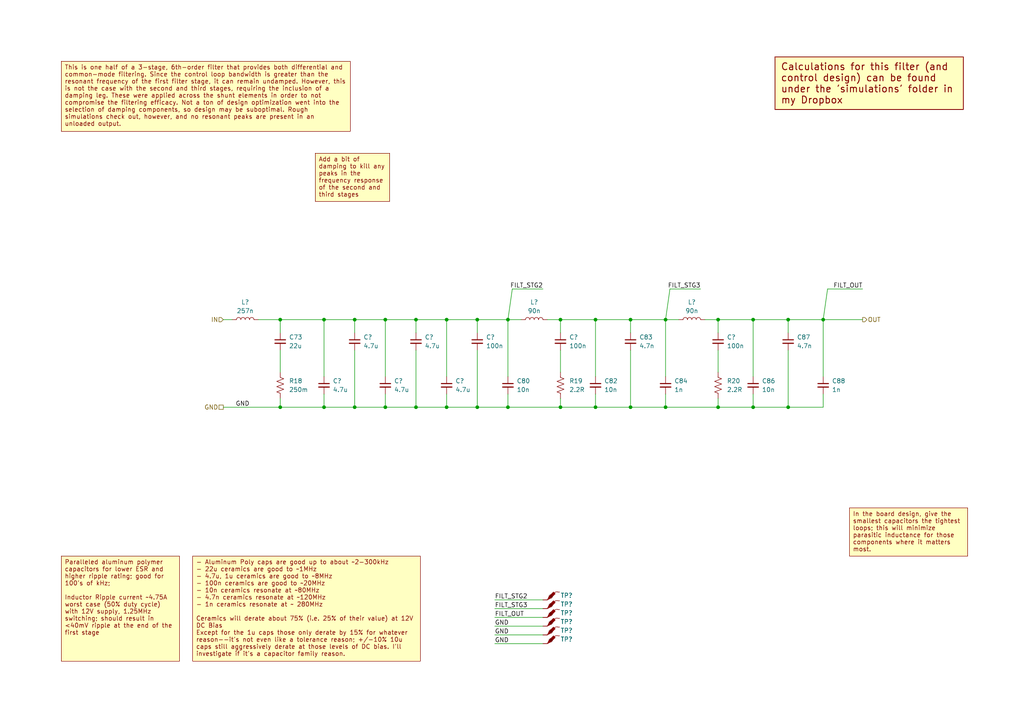
<source format=kicad_sch>
(kicad_sch (version 20230121) (generator eeschema)
  (paper "A4")
  (title_block (title "Shim Amplifier Prototype") (date "2023-08-01") (rev "A.1") (company "Ishaan Govindarajan"))
  (lib_symbols
    (symbol "Custom-Capacitor:CL10B102KB8NNNC" (pin_numbers hide) (pin_names (offset 0.254) hide)
      (property "Reference" "C" (at 0.254 1.778 0))
      (property "Value" "1n" (at 0.254 -2.032 0))
      (symbol "CL10B102KB8NNNC_0_1"
        (polyline (pts (xy -1.524 -0.508) (xy 1.524 -0.508)) (stroke (width 0.3302)))
        (polyline (pts (xy -1.524 0.508) (xy 1.524 0.508)) (stroke (width 0.3048)))
      )
      (symbol "CL10B102KB8NNNC_1_1"
        (pin passive line (at 0 2.54 270) (length 2.032) (name "~") (number "1"))
        (pin passive line (at 0 -2.54 90) (length 2.032) (name "~") (number "2"))
      )
    )
    (symbol "Custom-Capacitor:CL10B103KB8NNNC" (pin_numbers hide) (pin_names (offset 0.254) hide)
      (property "Reference" "C" (at 0.254 1.778 0))
      (property "Value" "10n" (at 0.254 -2.032 0))
      (symbol "CL10B103KB8NNNC_0_1"
        (polyline (pts (xy -1.524 -0.508) (xy 1.524 -0.508)) (stroke (width 0.3302)))
        (polyline (pts (xy -1.524 0.508) (xy 1.524 0.508)) (stroke (width 0.3048)))
      )
      (symbol "CL10B103KB8NNNC_1_1"
        (pin passive line (at 0 2.54 270) (length 2.032) (name "~") (number "1"))
        (pin passive line (at 0 -2.54 90) (length 2.032) (name "~") (number "2"))
      )
    )
    (symbol "Custom-Capacitor:CL10B104KB8NNWC" (pin_numbers hide) (pin_names (offset 0.254) hide)
      (property "Reference" "C" (at 0.254 1.778 0))
      (property "Value" "100n" (at 0.254 -2.032 0))
      (symbol "CL10B104KB8NNWC_0_1"
        (polyline (pts (xy -1.524 -0.508) (xy 1.524 -0.508)) (stroke (width 0.3302)))
        (polyline (pts (xy -1.524 0.508) (xy 1.524 0.508)) (stroke (width 0.3048)))
      )
      (symbol "CL10B104KB8NNWC_1_1"
        (pin passive line (at 0 2.54 270) (length 2.032) (name "~") (number "1"))
        (pin passive line (at 0 -2.54 90) (length 2.032) (name "~") (number "2"))
      )
    )
    (symbol "Custom-Capacitor:CL10B472KB8NFNC" (pin_numbers hide) (pin_names (offset 0.254) hide)
      (property "Reference" "C" (at 0.254 1.778 0))
      (property "Value" "4.7n" (at 0.254 -2.032 0))
      (symbol "CL10B472KB8NFNC_0_1"
        (polyline (pts (xy -1.524 -0.508) (xy 1.524 -0.508)) (stroke (width 0.3302)))
        (polyline (pts (xy -1.524 0.508) (xy 1.524 0.508)) (stroke (width 0.3048)))
      )
      (symbol "CL10B472KB8NFNC_1_1"
        (pin passive line (at 0 2.54 270) (length 2.032) (name "~") (number "1"))
        (pin passive line (at 0 -2.54 90) (length 2.032) (name "~") (number "2"))
      )
    )
    (symbol "Custom-Capacitor:CL21A475KLCLQNC" (pin_numbers hide) (pin_names (offset 0.254) hide)
      (property "Reference" "C" (at 0.254 1.778 0))
      (property "Value" "4.7u" (at 0.254 -2.032 0))
      (symbol "CL21A475KLCLQNC_0_1"
        (polyline (pts (xy -1.524 -0.508) (xy 1.524 -0.508)) (stroke (width 0.3302)))
        (polyline (pts (xy -1.524 0.508) (xy 1.524 0.508)) (stroke (width 0.3048)))
      )
      (symbol "CL21A475KLCLQNC_1_1"
        (pin passive line (at 0 2.54 270) (length 2.032) (name "~") (number "1"))
        (pin passive line (at 0 -2.54 90) (length 2.032) (name "~") (number "2"))
      )
    )
    (symbol "Custom-Capacitor:CL32B226KAJNNNE" (pin_numbers hide) (pin_names (offset 0.254) hide)
      (property "Reference" "C" (at 0.254 1.778 0))
      (property "Value" "22u" (at 0.254 -2.032 0))
      (symbol "CL32B226KAJNNNE_0_1"
        (polyline (pts (xy -1.524 -0.508) (xy 1.524 -0.508)) (stroke (width 0.3302)))
        (polyline (pts (xy -1.524 0.508) (xy 1.524 0.508)) (stroke (width 0.3048)))
      )
      (symbol "CL32B226KAJNNNE_1_1"
        (pin passive line (at 0 2.54 270) (length 2.032) (name "~") (number "1"))
        (pin passive line (at 0 -2.54 90) (length 2.032) (name "~") (number "2"))
      )
    )
    (symbol "Custom-Inductor:1212VS-90NMED" (pin_numbers hide) (pin_names (offset 1.016) hide)
      (property "Reference" "L?" (at 0 -1.27 0))
      (property "Value" "90n" (at 0 1.905 0))
      (symbol "1212VS-90NMED_0_1"
        (arc (start -1.27 0) (mid -1.905 0.6323) (end -2.54 0))
        (arc (start 0 0) (mid -0.635 0.6323) (end -1.27 0))
        (arc (start 1.27 0) (mid 0.635 0.6323) (end 0 0))
        (arc (start 2.54 0) (mid 1.905 0.6323) (end 1.27 0))
      )
      (symbol "1212VS-90NMED_1_1"
        (pin passive line (at -3.81 0 0) (length 1.27) (name "1") (number "1"))
        (pin passive line (at 3.81 0 180) (length 1.27) (name "2") (number "2"))
      )
    )
    (symbol "Custom-Inductor:2014VS-251MED" (pin_numbers hide) (pin_names (offset 1.016) hide)
      (property "Reference" "L?" (at 0 -1.27 0))
      (property "Value" "257n" (at 0 1.905 0))
      (symbol "2014VS-251MED_0_1"
        (arc (start -1.27 0) (mid -1.905 0.6323) (end -2.54 0))
        (arc (start 0 0) (mid -0.635 0.6323) (end -1.27 0))
        (arc (start 1.27 0) (mid 0.635 0.6323) (end 0 0))
        (arc (start 2.54 0) (mid 1.905 0.6323) (end 1.27 0))
      )
      (symbol "2014VS-251MED_1_1"
        (pin passive line (at -3.81 0 0) (length 1.27) (name "1") (number "1"))
        (pin passive line (at 3.81 0 180) (length 1.27) (name "2") (number "2"))
        (pin no_connect line (at 0 0 0) (length 1.27) hide (name "1") (number "3"))
      )
    )
    (symbol "Custom-LogicIC:TestPoint" (in_bom no)
      (property "Reference" "TP" (at 2.54 0 0))
      (symbol "TestPoint_1_1"
        (polyline (pts (xy -0.762 1.27) (xy 0 0.508)) (stroke (width 0) (color 72 0 0 1)))
        (polyline (pts (xy -0.508 1.524) (xy 0.254 0.762)) (stroke (width 0) (color 72 0 0 1)))
        (polyline (pts (xy -1.27 0) (xy -0.762 1.016) (xy -0.254 0.508) (xy -1.27 0)) (fill (type color) (color 132 0 0 1)))
        (polyline (pts (xy -0.762 1.016) (xy 0.508 2.286) (xy 1.016 1.778) (xy -0.254 0.508) (xy -0.762 1.016)) (fill (type color) (color 132 0 0 1)))
        (arc (start 1.778 2.286) (mid 1.2343 2.3019) (end 0.762 2.032))
        (arc (start 1.778 2.286) (mid 2.032 2.258) (end 2.286 2.286))
        (pin passive line (at -2.54 0 0) (length 1.27) (name "") (number "1"))
      )
    )
    (symbol "Custom-Resistor:CSR1206FKR250" (pin_numbers hide) (pin_names (offset 0))
      (property "Reference" "R" (at 2.54 0 90))
      (property "Value" "250m" (at -2.54 0 90))
      (symbol "CSR1206FKR250_0_1"
        (polyline (pts (xy 0 -2.286) (xy 0 -2.54)))
        (polyline (pts (xy 0 2.286) (xy 0 2.54)))
        (polyline (pts (xy 0 -0.762) (xy 1.016 -1.143) (xy 0 -1.524) (xy -1.016 -1.905) (xy 0 -2.286)))
        (polyline (pts (xy 0 0.762) (xy 1.016 0.381) (xy 0 0) (xy -1.016 -0.381) (xy 0 -0.762)))
        (polyline (pts (xy 0 2.286) (xy 1.016 1.905) (xy 0 1.524) (xy -1.016 1.143) (xy 0 0.762)))
      )
      (symbol "CSR1206FKR250_1_1"
        (pin passive line (at 0 3.81 270) (length 1.27) (name "~") (number "1"))
        (pin passive line (at 0 -3.81 90) (length 1.27) (name "~") (number "2"))
      )
    )
    (symbol "Custom-Resistor:RPC0805JT2R20-UP" (pin_numbers hide) (pin_names (offset 0))
      (property "Reference" "R" (at 2.54 0 90))
      (property "Value" "2.2R" (at -2.54 0 90))
      (symbol "RPC0805JT2R20-UP_0_1"
        (polyline (pts (xy 0 -2.286) (xy 0 -2.54)))
        (polyline (pts (xy 0 2.286) (xy 0 2.54)))
        (polyline (pts (xy 0 -0.762) (xy 1.016 -1.143) (xy 0 -1.524) (xy -1.016 -1.905) (xy 0 -2.286)))
        (polyline (pts (xy 0 0.762) (xy 1.016 0.381) (xy 0 0) (xy -1.016 -0.381) (xy 0 -0.762)))
        (polyline (pts (xy 0 2.286) (xy 1.016 1.905) (xy 0 1.524) (xy -1.016 1.143) (xy 0 0.762)))
      )
      (symbol "RPC0805JT2R20-UP_1_1"
        (pin passive line (at 0 3.81 270) (length 1.27) (name "~") (number "1"))
        (pin passive line (at 0 -3.81 90) (length 1.27) (name "~") (number "2"))
      )
    )
  )
  (junction (at 129.54 92.71))
  (junction (at 147.32 118.11))
  (junction (at 208.28 118.11))
  (junction (at 193.04 118.11))
  (junction (at 120.65 92.71))
  (junction (at 81.28 118.11))
  (junction (at 102.87 118.11))
  (junction (at 81.28 92.71))
  (junction (at 102.87 92.71))
  (junction (at 162.56 118.11))
  (junction (at 228.6 92.71))
  (junction (at 208.28 92.71))
  (junction (at 129.54 118.11))
  (junction (at 182.88 118.11))
  (junction (at 172.72 118.11))
  (junction (at 228.6 118.11))
  (junction (at 218.44 92.71))
  (junction (at 120.65 118.11))
  (junction (at 111.76 118.11))
  (junction (at 238.76 92.71))
  (junction (at 111.76 92.71))
  (junction (at 162.56 92.71))
  (junction (at 218.44 118.11))
  (junction (at 138.43 118.11))
  (junction (at 147.32 92.71))
  (junction (at 93.98 92.71))
  (junction (at 182.88 92.71))
  (junction (at 193.04 92.71))
  (junction (at 93.98 118.11))
  (junction (at 172.72 92.71))
  (junction (at 138.43 92.71))
  (wire (pts (xy 129.54 92.71) (xy 138.43 92.71)))
  (wire (pts (xy 238.76 92.71) (xy 250.19 92.71)))
  (wire (pts (xy 162.56 115.57) (xy 162.56 118.11)))
  (wire (pts (xy 208.28 115.57) (xy 208.28 118.11)))
  (wire (pts (xy 182.88 92.71) (xy 193.04 92.71)))
  (wire (pts (xy 138.43 101.6) (xy 138.43 118.11)))
  (wire (pts (xy 81.28 101.6) (xy 81.28 107.95)))
  (wire (pts (xy 102.87 92.71) (xy 102.87 96.52)))
  (wire (pts (xy 147.32 92.71) (xy 151.13 92.71)))
  (wire (pts (xy 143.51 176.53) (xy 157.48 176.53)))
  (wire (pts (xy 193.04 92.71) (xy 196.85 92.71)))
  (wire (pts (xy 120.65 101.6) (xy 120.65 118.11)))
  (wire (pts (xy 228.6 92.71) (xy 228.6 96.52)))
  (wire (pts (xy 194.31 83.82) (xy 193.04 92.71)))
  (wire (pts (xy 240.03 83.82) (xy 238.76 92.71)))
  (wire (pts (xy 228.6 118.11) (xy 238.76 118.11)))
  (wire (pts (xy 81.28 118.11) (xy 93.98 118.11)))
  (wire (pts (xy 182.88 92.71) (xy 182.88 96.52)))
  (wire (pts (xy 147.32 114.3) (xy 147.32 118.11)))
  (wire (pts (xy 93.98 118.11) (xy 102.87 118.11)))
  (wire (pts (xy 193.04 118.11) (xy 208.28 118.11)))
  (wire (pts (xy 204.47 92.71) (xy 208.28 92.71)))
  (wire (pts (xy 81.28 92.71) (xy 93.98 92.71)))
  (wire (pts (xy 162.56 92.71) (xy 172.72 92.71)))
  (wire (pts (xy 102.87 118.11) (xy 111.76 118.11)))
  (wire (pts (xy 143.51 186.69) (xy 157.48 186.69)))
  (wire (pts (xy 81.28 115.57) (xy 81.28 118.11)))
  (wire (pts (xy 129.54 92.71) (xy 129.54 109.22)))
  (wire (pts (xy 102.87 101.6) (xy 102.87 118.11)))
  (wire (pts (xy 111.76 118.11) (xy 120.65 118.11)))
  (wire (pts (xy 208.28 92.71) (xy 208.28 96.52)))
  (wire (pts (xy 193.04 114.3) (xy 193.04 118.11)))
  (wire (pts (xy 143.51 181.61) (xy 157.48 181.61)))
  (wire (pts (xy 147.32 118.11) (xy 162.56 118.11)))
  (wire (pts (xy 143.51 179.07) (xy 157.48 179.07)))
  (wire (pts (xy 120.65 92.71) (xy 129.54 92.71)))
  (wire (pts (xy 218.44 92.71) (xy 228.6 92.71)))
  (wire (pts (xy 162.56 118.11) (xy 172.72 118.11)))
  (wire (pts (xy 218.44 114.3) (xy 218.44 118.11)))
  (wire (pts (xy 228.6 92.71) (xy 238.76 92.71)))
  (wire (pts (xy 172.72 92.71) (xy 172.72 109.22)))
  (wire (pts (xy 208.28 101.6) (xy 208.28 107.95)))
  (wire (pts (xy 182.88 118.11) (xy 172.72 118.11)))
  (wire (pts (xy 193.04 92.71) (xy 193.04 109.22)))
  (wire (pts (xy 138.43 92.71) (xy 147.32 92.71)))
  (wire (pts (xy 74.93 92.71) (xy 81.28 92.71)))
  (wire (pts (xy 148.59 83.82) (xy 147.32 92.71)))
  (wire (pts (xy 102.87 92.71) (xy 111.76 92.71)))
  (wire (pts (xy 228.6 101.6) (xy 228.6 118.11)))
  (wire (pts (xy 158.75 92.71) (xy 162.56 92.71)))
  (wire (pts (xy 93.98 92.71) (xy 102.87 92.71)))
  (wire (pts (xy 64.77 92.71) (xy 67.31 92.71)))
  (wire (pts (xy 157.48 83.82) (xy 148.59 83.82)))
  (wire (pts (xy 162.56 101.6) (xy 162.56 107.95)))
  (wire (pts (xy 172.72 92.71) (xy 182.88 92.71)))
  (wire (pts (xy 138.43 92.71) (xy 138.43 96.52)))
  (wire (pts (xy 172.72 114.3) (xy 172.72 118.11)))
  (wire (pts (xy 138.43 118.11) (xy 147.32 118.11)))
  (wire (pts (xy 218.44 92.71) (xy 218.44 109.22)))
  (wire (pts (xy 250.19 83.82) (xy 240.03 83.82)))
  (wire (pts (xy 143.51 184.15) (xy 157.48 184.15)))
  (wire (pts (xy 208.28 118.11) (xy 218.44 118.11)))
  (wire (pts (xy 120.65 118.11) (xy 129.54 118.11)))
  (wire (pts (xy 182.88 101.6) (xy 182.88 118.11)))
  (wire (pts (xy 218.44 118.11) (xy 228.6 118.11)))
  (wire (pts (xy 147.32 92.71) (xy 147.32 109.22)))
  (wire (pts (xy 182.88 118.11) (xy 193.04 118.11)))
  (wire (pts (xy 129.54 114.3) (xy 129.54 118.11)))
  (wire (pts (xy 111.76 92.71) (xy 111.76 109.22)))
  (wire (pts (xy 208.28 92.71) (xy 218.44 92.71)))
  (wire (pts (xy 93.98 92.71) (xy 93.98 109.22)))
  (wire (pts (xy 111.76 114.3) (xy 111.76 118.11)))
  (wire (pts (xy 143.51 173.99) (xy 157.48 173.99)))
  (wire (pts (xy 203.2 83.82) (xy 194.31 83.82)))
  (wire (pts (xy 81.28 92.71) (xy 81.28 96.52)))
  (wire (pts (xy 64.77 118.11) (xy 81.28 118.11)))
  (wire (pts (xy 238.76 114.3) (xy 238.76 118.11)))
  (wire (pts (xy 111.76 92.71) (xy 120.65 92.71)))
  (wire (pts (xy 162.56 92.71) (xy 162.56 96.52)))
  (wire (pts (xy 120.65 92.71) (xy 120.65 96.52)))
  (wire (pts (xy 238.76 92.71) (xy 238.76 109.22)))
  (wire (pts (xy 93.98 114.3) (xy 93.98 118.11)))
  (wire (pts (xy 129.54 118.11) (xy 138.43 118.11)))
  (text_box "Add a bit of damping to kill any peaks in the frequency response of the second and third stages" (at 91.44 44.45 0) (size 21.59 13.97) (stroke (width 0) (color 132 0 0 1)) (fill (type color) (color 255 255 194 1)) (effects (font (size 1.27 1.27)) (justify left top)))
  (text_box "This is one half of a 3-stage, 6th-order filter that provides both differential and common-mode filtering. Since the control loop bandwidth is greater than the resonant frequency of the first filter stage, it can remain undamped. However, this is not the case with the second and third stages, requiring the inclusion of a damping leg. These were applied across the shunt elements in order to not compromise the filtering efficacy. Not a ton of design optimization went into the selection of damping components, so design may be suboptimal. Rough simulations check out, however, and no resonant peaks are present in an unloaded output. \n\n" (at 17.78 17.78 0) (size 83.82 20.32) (stroke (width 0) (color 132 0 0 1)) (fill (type color) (color 255 255 194 1)) (effects (font (size 1.27 1.27)) (justify left top)))
  (text_box "Calculations for this filter (and control design) can be found under the 'simulations' folder in my Dropbox" (at 224.79 16.51 0) (size 54.61 15.24) (stroke (width 0.25) (color 132 0 0 1)) (fill (type color) (color 255 255 194 1)) (effects (font (size 2 2) (thickness 0.254) bold) (justify left top)))
  (text_box "- Aluminum Poly caps are good up to about ~2-300kHz\n- 22u ceramics are good to ~1MHz\n- 4.7u, 1u ceramics are good to ~8MHz\n- 100n ceramics are good to ~20MHz\n- 10n ceramics resonate at ~80MHz\n- 4.7n ceramics resonate at ~120MHz\n- 1n ceramics resonate at ~ 280MHz\n\nCeramics will derate about 75% (i.e. 25% of their value) at 12V DC Bias\nExcept for the 1u caps those only derate by 15% for whatever reason--it's not even like a tolerance reason; +/-10% 10u caps still aggressively derate at those levels of DC bias. I'll investigate if it's a capacitor family reason." (at 55.88 161.29 0) (size 66.04 30.48) (stroke (width 0) (color 132 0 0 1)) (fill (type color) (color 255 255 194 1)) (effects (font (size 1.27 1.27)) (justify left top)))
  (text_box "Paralleled aluminum polymer capacitors for lower ESR and higher ripple rating; good for 100's of kHz;\n\nInductor Ripple current ~4.75A worst case (50% duty cycle) with 12V supply, 1.25MHz switching; should result in <40mV ripple at the end of the first stage\n" (at 17.78 161.29 0) (size 34.29 30.48) (stroke (width 0) (color 132 0 0 1)) (fill (type color) (color 255 255 194 1)) (effects (font (size 1.27 1.27)) (justify left top)))
  (text_box "In the board design, give the smallest capacitors the tightest loops; this will minimize parasitic inductance for those components where it matters most. " (at 246.38 147.32 0) (size 34.29 13.97) (stroke (width 0) (color 132 0 0 1)) (fill (type color) (color 255 255 194 1)) (effects (font (size 1.27 1.27)) (justify left top)))
  (label "FILT_STG3" (at 203.2 83.82 180))
  (label "FILT_OUT" (at 250.19 83.82 180))
  (label "FILT_STG2" (at 143.51 173.99 0))
  (label "FILT_OUT" (at 143.51 179.07 0))
  (label "FILT_STG2" (at 157.48 83.82 180))
  (label "GND" (at 143.51 186.69 0))
  (label "GND" (at 143.51 181.61 0))
  (label "FILT_STG3" (at 143.51 176.53 0))
  (label "GND" (at 72.39 118.11 180))
  (label "GND" (at 143.51 184.15 0))
  (hierarchical_label "IN" (shape input) (at 64.77 92.71 180))
  (hierarchical_label "GND" (shape passive) (at 64.77 118.11 180))
  (hierarchical_label "OUT" (shape output) (at 250.19 92.71 0))
  (symbol (lib_id "Custom-Capacitor:CL21A475KLCLQNC") (at 93.98 111.76 0) (unit 1)
    (property "Reference" "C?" (at 96.52 110.4963 0) (effects (justify left)))
    (property "Value" "4.7u" (at 96.52 113.0363 0) (effects (justify left)))
    (property "Footprint" "Capacitor_SMD:C_0805_2012Metric_Pad1.18x1.45mm_HandSolder" (effects hide))
    (property "Datasheet" "https://media.digikey.com/pdf/Data%20Sheets/Samsung%20PDFs/CL21A475KLCLQNC_Spec.pdf" (effects hide))
    (property "Manufacturer" "Samsung Electro-Mechanics" (effects hide))
    (property "Part Number" "CL21A475KLCLQNC" (effects hide))
    (instances (project "Class-D Prorotype RevB2" (path "" (reference "C?") (unit 1)) (path "" (reference "C74") (unit 1)) (path "" (reference "C90") (unit 1))))
  )
  (symbol (lib_id "Custom-Capacitor:CL10B103KB8NNNC") (at 172.72 111.76 0) (unit 1)
    (property "Reference" "C82" (at 175.26 110.4963 0) (effects (justify left)))
    (property "Value" "10n" (at 175.26 113.0363 0) (effects (justify left)))
    (property "Footprint" "Capacitor_SMD:C_0603_1608Metric_Pad1.08x0.95mm_HandSolder" (effects hide))
    (property "Datasheet" "https://product.samsungsem.com/mlcc/CL10B103KB8NNN.do" (effects hide))
    (property "Manufacturer" "Samsung Electro-Mechanics" (effects hide))
    (property "Part Number" "CL10B103KB8NNNC" (effects hide))
    (instances (project "Class-D Prorotype RevB2" (path "" (reference "C82") (unit 1)) (path "" (reference "C98") (unit 1))))
  )
  (symbol (lib_id "Custom-Capacitor:CL21A475KLCLQNC") (at 129.54 111.76 0) (unit 1)
    (property "Reference" "C?" (at 132.08 110.4963 0) (effects (justify left)))
    (property "Value" "4.7u" (at 132.08 113.0363 0) (effects (justify left)))
    (property "Footprint" "Capacitor_SMD:C_0805_2012Metric_Pad1.18x1.45mm_HandSolder" (effects hide))
    (property "Datasheet" "https://media.digikey.com/pdf/Data%20Sheets/Samsung%20PDFs/CL21A475KLCLQNC_Spec.pdf" (effects hide))
    (property "Manufacturer" "Samsung Electro-Mechanics" (effects hide))
    (property "Part Number" "CL21A475KLCLQNC" (effects hide))
    (instances (project "Class-D Prorotype RevB2" (path "" (reference "C?") (unit 1)) (path "" (reference "C78") (unit 1)) (path "" (reference "C94") (unit 1))))
  )
  (symbol (lib_id "Custom-Resistor:CSR1206FKR250") (at 81.28 111.76 0) (unit 1)
    (property "Reference" "R18" (at 83.82 110.49 0) (effects (justify left)))
    (property "Value" "250m" (at 83.82 113.03 0) (effects (justify left)))
    (property "Footprint" "Resistor_SMD:R_1206_3216Metric_Pad1.30x1.75mm_HandSolder" (effects hide))
    (property "Datasheet" "https://www.seielect.com/catalog/sei-csr_csrn.pdf" (effects hide))
    (property "Manufacturer" "Stackpole Electronics Inc" (effects hide))
    (property "Part Number" "CSR1206FKR250" (effects hide))
    (instances (project "Class-D Prorotype RevB2" (path "" (reference "R18") (unit 1)) (path "" (reference "R21") (unit 1))))
  )
  (symbol (lib_id "Custom-Capacitor:CL10B102KB8NNNC") (at 238.76 111.76 0) (unit 1)
    (property "Reference" "C88" (at 241.3 110.4963 0) (effects (justify left)))
    (property "Value" "1n" (at 241.3 113.0363 0) (effects (justify left)))
    (property "Footprint" "Capacitor_SMD:C_0603_1608Metric_Pad1.08x0.95mm_HandSolder" (effects hide))
    (property "Datasheet" "https://product.samsungsem.com/mlcc/CL10B102KB8NNN.do" (effects hide))
    (property "Manufacturer" "Samsung Electro-Mechanics" (effects hide))
    (property "Part Number" "CL10B102KB8NNNC" (effects hide))
    (instances (project "Class-D Prorotype RevB2" (path "" (reference "C88") (unit 1)) (path "" (reference "C104") (unit 1))))
  )
  (symbol (lib_id "Custom-Capacitor:CL10B472KB8NFNC") (at 228.6 99.06 0) (unit 1)
    (property "Reference" "C87" (at 231.14 97.7963 0) (effects (justify left)))
    (property "Value" "4.7n" (at 231.14 100.3363 0) (effects (justify left)))
    (property "Footprint" "Capacitor_SMD:C_0603_1608Metric_Pad1.08x0.95mm_HandSolder" (effects hide))
    (property "Datasheet" "https://product.samsungsem.com/mlcc/CL10B472KB8NFN.do" (effects hide))
    (property "Manufacturer" "Samsung Electro-Mechanics" (effects hide))
    (property "Part Number" "CL10B472KB8NFNC" (effects hide))
    (instances (project "Class-D Prorotype RevB2" (path "" (reference "C87") (unit 1)) (path "" (reference "C103") (unit 1))))
  )
  (symbol (lib_id "Custom-LogicIC:TestPoint") (at 160.02 184.15 0) (unit 1) (in_bom no)
    (property "Reference" "TP?" (at 162.56 182.88 0) (effects (justify left)))
    (property "Value" "-" (effects hide))
    (property "Footprint" "TestPoint:TestPoint_Pad_D2.0mm" (effects hide))
    (instances (project "Class-D Prorotype RevB2" (path "" (reference "TP?") (unit 1)) (path "" (reference "TP20") (unit 1)) (path "" (reference "TP26") (unit 1))))
  )
  (symbol (lib_id "Custom-Capacitor:CL10B104KB8NNWC") (at 138.43 99.06 0) (unit 1)
    (property "Reference" "C?" (at 140.97 97.7963 0) (effects (justify left)))
    (property "Value" "100n" (at 140.97 100.3363 0) (effects (justify left)))
    (property "Footprint" "Capacitor_SMD:C_0603_1608Metric_Pad1.08x0.95mm_HandSolder" (effects hide))
    (property "Datasheet" "https://product.samsungsem.com/mlcc/CL31B106KAHNFN.do" (effects hide))
    (property "Manufacturer" "Samsung Electro-Mechanics" (effects hide))
    (property "Part Number" "CL10B104KB8NNWC" (effects hide))
    (instances (project "Class-D Prorotype RevB2" (path "" (reference "C?") (unit 1)) (path "" (reference "C79") (unit 1)) (path "" (reference "C95") (unit 1))))
  )
  (symbol (lib_id "Custom-LogicIC:TestPoint") (at 160.02 181.61 0) (unit 1) (in_bom no)
    (property "Reference" "TP?" (at 162.56 180.34 0) (effects (justify left)))
    (property "Value" "-" (effects hide))
    (property "Footprint" "TestPoint:TestPoint_Pad_D2.0mm" (effects hide))
    (instances (project "Class-D Prorotype RevB2" (path "" (reference "TP?") (unit 1)) (path "" (reference "TP19") (unit 1)) (path "" (reference "TP25") (unit 1))))
  )
  (symbol (lib_id "Custom-LogicIC:TestPoint") (at 160.02 173.99 0) (unit 1) (in_bom no)
    (property "Reference" "TP?" (at 162.56 172.72 0) (effects (justify left)))
    (property "Value" "-" (effects hide))
    (property "Footprint" "TestPoint:TestPoint_Pad_D2.0mm" (effects hide))
    (instances (project "Class-D Prorotype RevB2" (path "" (reference "TP?") (unit 1)) (path "" (reference "TP16") (unit 1)) (path "" (reference "TP22") (unit 1))))
  )
  (symbol (lib_id "Custom-LogicIC:TestPoint") (at 160.02 176.53 0) (unit 1) (in_bom no)
    (property "Reference" "TP?" (at 162.56 175.26 0) (effects (justify left)))
    (property "Value" "-" (effects hide))
    (property "Footprint" "TestPoint:TestPoint_Pad_D2.0mm" (effects hide))
    (instances (project "Class-D Prorotype RevB2" (path "" (reference "TP?") (unit 1)) (path "" (reference "TP17") (unit 1)) (path "" (reference "TP23") (unit 1))))
  )
  (symbol (lib_id "Custom-Capacitor:CL10B104KB8NNWC") (at 208.28 99.06 0) (unit 1)
    (property "Reference" "C?" (at 210.82 97.7963 0) (effects (justify left)))
    (property "Value" "100n" (at 210.82 100.3363 0) (effects (justify left)))
    (property "Footprint" "Capacitor_SMD:C_0603_1608Metric_Pad1.08x0.95mm_HandSolder" (effects hide))
    (property "Datasheet" "https://product.samsungsem.com/mlcc/CL31B106KAHNFN.do" (effects hide))
    (property "Manufacturer" "Samsung Electro-Mechanics" (effects hide))
    (property "Part Number" "CL10B104KB8NNWC" (effects hide))
    (instances (project "Class-D Prorotype RevB2" (path "" (reference "C?") (unit 1)) (path "" (reference "C85") (unit 1)) (path "" (reference "C101") (unit 1))))
  )
  (symbol (lib_id "Custom-Capacitor:CL21A475KLCLQNC") (at 111.76 111.76 0) (unit 1)
    (property "Reference" "C?" (at 114.3 110.4963 0) (effects (justify left)))
    (property "Value" "4.7u" (at 114.3 113.0363 0) (effects (justify left)))
    (property "Footprint" "Capacitor_SMD:C_0805_2012Metric_Pad1.18x1.45mm_HandSolder" (effects hide))
    (property "Datasheet" "https://media.digikey.com/pdf/Data%20Sheets/Samsung%20PDFs/CL21A475KLCLQNC_Spec.pdf" (effects hide))
    (property "Manufacturer" "Samsung Electro-Mechanics" (effects hide))
    (property "Part Number" "CL21A475KLCLQNC" (effects hide))
    (instances (project "Class-D Prorotype RevB2" (path "" (reference "C?") (unit 1)) (path "" (reference "C76") (unit 1)) (path "" (reference "C92") (unit 1))))
  )
  (symbol (lib_id "Custom-Inductor:1212VS-90NMED") (at 154.94 92.71 0) (unit 1)
    (property "Reference" "L?" (at 154.94 87.63 0))
    (property "Value" "90n" (at 154.94 90.17 0))
    (property "Footprint" "Custom-RLC:COILCRAFT_1212" (effects hide))
    (property "Datasheet" "https://www.coilcraft.com/getmedia/55a4b40a-2e02-4bf5-b0af-2ea5db75b6cf/1010vs.pdf" (effects hide))
    (property "Manufacturer" "Coilcraft" (effects hide))
    (property "Part Number" "1212VS-90NMED" (effects hide))
    (instances (project "Class-D Prorotype RevB2" (path "" (reference "L?") (unit 1)) (path "" (reference "L3") (unit 1)) (path "" (reference "L6") (unit 1))))
  )
  (symbol (lib_id "Custom-Capacitor:CL32B226KAJNNNE") (at 81.28 99.06 0) (unit 1)
    (property "Reference" "C73" (at 83.82 97.7963 0) (effects (justify left)))
    (property "Value" "22u" (at 83.82 100.3363 0) (effects (justify left)))
    (property "Footprint" "Capacitor_SMD:C_1210_3225Metric_Pad1.33x2.70mm_HandSolder" (effects hide))
    (property "Datasheet" "https://product.samsungsem.com/mlcc/CL32B226KAJNNN.do" (effects hide))
    (property "Manufacturer" "Samsung Electro-Mechanics" (effects hide))
    (property "Part Number" "CL32B226KAJNNNE" (effects hide))
    (instances (project "Class-D Prorotype RevB2" (path "" (reference "C73") (unit 1)) (path "" (reference "C89") (unit 1))))
  )
  (symbol (lib_id "Custom-Resistor:RPC0805JT2R20-UP") (at 162.56 111.76 0) (unit 1)
    (property "Reference" "R19" (at 165.1 110.49 0) (effects (justify left)))
    (property "Value" "2.2R" (at 165.1 113.03 0) (effects (justify left)))
    (property "Footprint" "Resistor_SMD:R_0805_2012Metric_Pad1.20x1.40mm_HandSolder" (effects hide))
    (property "Datasheet" "https://www.seielect.com/Catalog/SEI-RPC.pdf" (effects hide))
    (property "Manufacturer" "Stackpole Electronics Inc" (effects hide))
    (property "Part Number" "RPC0805JT2R20-UP" (effects hide))
    (instances (project "Class-D Prorotype RevB2" (path "" (reference "R19") (unit 1)) (path "" (reference "R22") (unit 1))))
  )
  (symbol (lib_id "Custom-Capacitor:CL10B104KB8NNWC") (at 162.56 99.06 0) (unit 1)
    (property "Reference" "C?" (at 165.1 97.7963 0) (effects (justify left)))
    (property "Value" "100n" (at 165.1 100.3363 0) (effects (justify left)))
    (property "Footprint" "Capacitor_SMD:C_0603_1608Metric_Pad1.08x0.95mm_HandSolder" (effects hide))
    (property "Datasheet" "https://product.samsungsem.com/mlcc/CL31B106KAHNFN.do" (effects hide))
    (property "Manufacturer" "Samsung Electro-Mechanics" (effects hide))
    (property "Part Number" "CL10B104KB8NNWC" (effects hide))
    (instances (project "Class-D Prorotype RevB2" (path "" (reference "C?") (unit 1)) (path "" (reference "C81") (unit 1)) (path "" (reference "C97") (unit 1))))
  )
  (symbol (lib_id "Custom-Capacitor:CL10B103KB8NNNC") (at 218.44 111.76 0) (unit 1)
    (property "Reference" "C86" (at 220.98 110.4963 0) (effects (justify left)))
    (property "Value" "10n" (at 220.98 113.0363 0) (effects (justify left)))
    (property "Footprint" "Capacitor_SMD:C_0603_1608Metric_Pad1.08x0.95mm_HandSolder" (effects hide))
    (property "Datasheet" "https://product.samsungsem.com/mlcc/CL10B103KB8NNN.do" (effects hide))
    (property "Manufacturer" "Samsung Electro-Mechanics" (effects hide))
    (property "Part Number" "CL10B103KB8NNNC" (effects hide))
    (instances (project "Class-D Prorotype RevB2" (path "" (reference "C86") (unit 1)) (path "" (reference "C102") (unit 1))))
  )
  (symbol (lib_id "Custom-Capacitor:CL10B102KB8NNNC") (at 193.04 111.76 0) (unit 1)
    (property "Reference" "C84" (at 195.58 110.4963 0) (effects (justify left)))
    (property "Value" "1n" (at 195.58 113.0363 0) (effects (justify left)))
    (property "Footprint" "Capacitor_SMD:C_0603_1608Metric_Pad1.08x0.95mm_HandSolder" (effects hide))
    (property "Datasheet" "https://product.samsungsem.com/mlcc/CL10B102KB8NNN.do" (effects hide))
    (property "Manufacturer" "Samsung Electro-Mechanics" (effects hide))
    (property "Part Number" "CL10B102KB8NNNC" (effects hide))
    (instances (project "Class-D Prorotype RevB2" (path "" (reference "C84") (unit 1)) (path "" (reference "C100") (unit 1))))
  )
  (symbol (lib_id "Custom-Capacitor:CL10B472KB8NFNC") (at 182.88 99.06 0) (unit 1)
    (property "Reference" "C83" (at 185.42 97.7963 0) (effects (justify left)))
    (property "Value" "4.7n" (at 185.42 100.3363 0) (effects (justify left)))
    (property "Footprint" "Capacitor_SMD:C_0603_1608Metric_Pad1.08x0.95mm_HandSolder" (effects hide))
    (property "Datasheet" "https://product.samsungsem.com/mlcc/CL10B472KB8NFN.do" (effects hide))
    (property "Manufacturer" "Samsung Electro-Mechanics" (effects hide))
    (property "Part Number" "CL10B472KB8NFNC" (effects hide))
    (instances (project "Class-D Prorotype RevB2" (path "" (reference "C83") (unit 1)) (path "" (reference "C99") (unit 1))))
  )
  (symbol (lib_id "Custom-Capacitor:CL21A475KLCLQNC") (at 102.87 99.06 0) (unit 1)
    (property "Reference" "C?" (at 105.41 97.7963 0) (effects (justify left)))
    (property "Value" "4.7u" (at 105.41 100.3363 0) (effects (justify left)))
    (property "Footprint" "Capacitor_SMD:C_0805_2012Metric_Pad1.18x1.45mm_HandSolder" (effects hide))
    (property "Datasheet" "https://media.digikey.com/pdf/Data%20Sheets/Samsung%20PDFs/CL21A475KLCLQNC_Spec.pdf" (effects hide))
    (property "Manufacturer" "Samsung Electro-Mechanics" (effects hide))
    (property "Part Number" "CL21A475KLCLQNC" (effects hide))
    (instances (project "Class-D Prorotype RevB2" (path "" (reference "C?") (unit 1)) (path "" (reference "C75") (unit 1)) (path "" (reference "C91") (unit 1))))
  )
  (symbol (lib_id "Custom-LogicIC:TestPoint") (at 160.02 179.07 0) (unit 1) (in_bom no)
    (property "Reference" "TP?" (at 162.56 177.8 0) (effects (justify left)))
    (property "Value" "-" (effects hide))
    (property "Footprint" "TestPoint:TestPoint_Pad_D2.0mm" (effects hide))
    (instances (project "Class-D Prorotype RevB2" (path "" (reference "TP?") (unit 1)) (path "" (reference "TP18") (unit 1)) (path "" (reference "TP24") (unit 1))))
  )
  (symbol (lib_id "Custom-Inductor:2014VS-251MED") (at 71.12 92.71 0) (mirror y) (unit 1)
    (property "Reference" "L?" (at 71.12 87.63 0))
    (property "Value" "257n" (at 71.12 90.17 0))
    (property "Footprint" "Custom-RLC:COILCRAFT_2014" (effects hide))
    (property "Datasheet" "https://www.coilcraft.com/getmedia/55a4b40a-2e02-4bf5-b0af-2ea5db75b6cf/1010vs.pdf" (effects hide))
    (property "Manufacturer" "Coilcraft" (effects hide))
    (property "Part Number" "2014VS-251MED" (effects hide))
    (instances (project "Class-D Prorotype RevB2" (path "" (reference "L?") (unit 1)) (path "" (reference "L2") (unit 1)) (path "" (reference "L5") (unit 1))))
  )
  (symbol (lib_id "Custom-Capacitor:CL10B103KB8NNNC") (at 147.32 111.76 0) (unit 1)
    (property "Reference" "C80" (at 149.86 110.4963 0) (effects (justify left)))
    (property "Value" "10n" (at 149.86 113.0363 0) (effects (justify left)))
    (property "Footprint" "Capacitor_SMD:C_0603_1608Metric_Pad1.08x0.95mm_HandSolder" (effects hide))
    (property "Datasheet" "https://product.samsungsem.com/mlcc/CL10B103KB8NNN.do" (effects hide))
    (property "Manufacturer" "Samsung Electro-Mechanics" (effects hide))
    (property "Part Number" "CL10B103KB8NNNC" (effects hide))
    (instances (project "Class-D Prorotype RevB2" (path "" (reference "C80") (unit 1)) (path "" (reference "C96") (unit 1))))
  )
  (symbol (lib_id "Custom-Inductor:1212VS-90NMED") (at 200.66 92.71 0) (unit 1)
    (property "Reference" "L?" (at 200.66 87.63 0))
    (property "Value" "90n" (at 200.66 90.17 0))
    (property "Footprint" "Custom-RLC:COILCRAFT_1212" (effects hide))
    (property "Datasheet" "https://www.coilcraft.com/getmedia/55a4b40a-2e02-4bf5-b0af-2ea5db75b6cf/1010vs.pdf" (effects hide))
    (property "Manufacturer" "Coilcraft" (effects hide))
    (property "Part Number" "1212VS-90NMED" (effects hide))
    (instances (project "Class-D Prorotype RevB2" (path "" (reference "L?") (unit 1)) (path "" (reference "L4") (unit 1)) (path "" (reference "L7") (unit 1))))
  )
  (symbol (lib_id "Custom-Resistor:RPC0805JT2R20-UP") (at 208.28 111.76 0) (unit 1)
    (property "Reference" "R20" (at 210.82 110.49 0) (effects (justify left)))
    (property "Value" "2.2R" (at 210.82 113.03 0) (effects (justify left)))
    (property "Footprint" "Resistor_SMD:R_0805_2012Metric_Pad1.20x1.40mm_HandSolder" (effects hide))
    (property "Datasheet" "https://www.seielect.com/Catalog/SEI-RPC.pdf" (effects hide))
    (property "Manufacturer" "Stackpole Electronics Inc" (effects hide))
    (property "Part Number" "RPC0805JT2R20-UP" (effects hide))
    (instances (project "Class-D Prorotype RevB2" (path "" (reference "R20") (unit 1)) (path "" (reference "R23") (unit 1))))
  )
  (symbol (lib_id "Custom-LogicIC:TestPoint") (at 160.02 186.69 0) (unit 1) (in_bom no)
    (property "Reference" "TP?" (at 162.56 185.42 0) (effects (justify left)))
    (property "Value" "-" (effects hide))
    (property "Footprint" "TestPoint:TestPoint_Pad_D2.0mm" (effects hide))
    (instances (project "Class-D Prorotype RevB2" (path "" (reference "TP?") (unit 1)) (path "" (reference "TP21") (unit 1)) (path "" (reference "TP27") (unit 1))))
  )
  (symbol (lib_id "Custom-Capacitor:CL21A475KLCLQNC") (at 120.65 99.06 0) (unit 1)
    (property "Reference" "C?" (at 123.19 97.7963 0) (effects (justify left)))
    (property "Value" "4.7u" (at 123.19 100.3363 0) (effects (justify left)))
    (property "Footprint" "Capacitor_SMD:C_0805_2012Metric_Pad1.18x1.45mm_HandSolder" (effects hide))
    (property "Datasheet" "https://media.digikey.com/pdf/Data%20Sheets/Samsung%20PDFs/CL21A475KLCLQNC_Spec.pdf" (effects hide))
    (property "Manufacturer" "Samsung Electro-Mechanics" (effects hide))
    (property "Part Number" "CL21A475KLCLQNC" (effects hide))
    (instances (project "Class-D Prorotype RevB2" (path "" (reference "C?") (unit 1)) (path "" (reference "C77") (unit 1)) (path "" (reference "C93") (unit 1))))
  )
)
</source>
